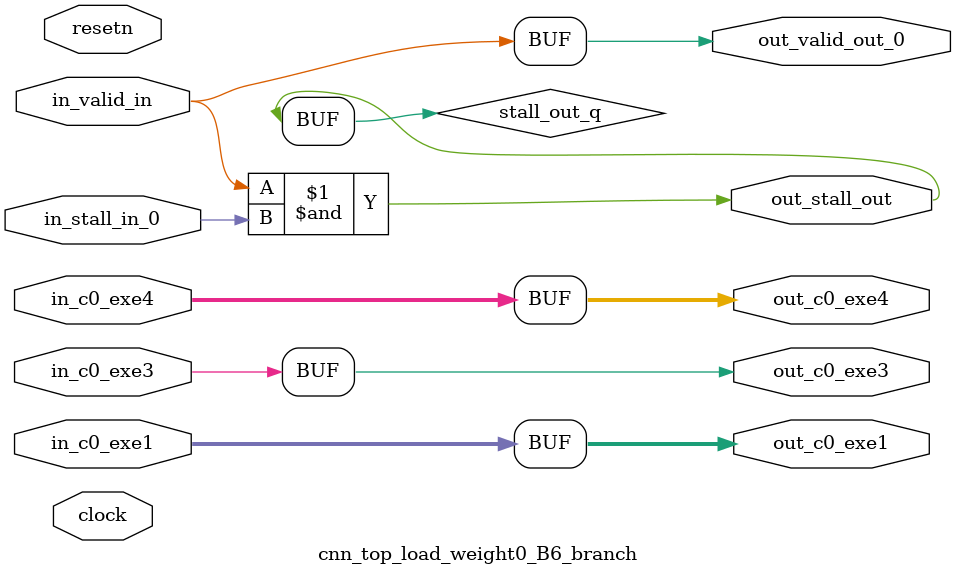
<source format=sv>



(* altera_attribute = "-name AUTO_SHIFT_REGISTER_RECOGNITION OFF; -name MESSAGE_DISABLE 10036; -name MESSAGE_DISABLE 10037; -name MESSAGE_DISABLE 14130; -name MESSAGE_DISABLE 14320; -name MESSAGE_DISABLE 15400; -name MESSAGE_DISABLE 14130; -name MESSAGE_DISABLE 10036; -name MESSAGE_DISABLE 12020; -name MESSAGE_DISABLE 12030; -name MESSAGE_DISABLE 12010; -name MESSAGE_DISABLE 12110; -name MESSAGE_DISABLE 14320; -name MESSAGE_DISABLE 13410; -name MESSAGE_DISABLE 113007; -name MESSAGE_DISABLE 10958" *)
module cnn_top_load_weight0_B6_branch (
    input wire [31:0] in_c0_exe1,
    input wire [0:0] in_c0_exe3,
    input wire [31:0] in_c0_exe4,
    input wire [0:0] in_stall_in_0,
    input wire [0:0] in_valid_in,
    output wire [31:0] out_c0_exe1,
    output wire [0:0] out_c0_exe3,
    output wire [31:0] out_c0_exe4,
    output wire [0:0] out_stall_out,
    output wire [0:0] out_valid_out_0,
    input wire clock,
    input wire resetn
    );

    wire [0:0] stall_out_q;


    // out_c0_exe1(GPOUT,7)
    assign out_c0_exe1 = in_c0_exe1;

    // out_c0_exe3(GPOUT,8)
    assign out_c0_exe3 = in_c0_exe3;

    // out_c0_exe4(GPOUT,9)
    assign out_c0_exe4 = in_c0_exe4;

    // stall_out(LOGICAL,12)
    assign stall_out_q = in_valid_in & in_stall_in_0;

    // out_stall_out(GPOUT,10)
    assign out_stall_out = stall_out_q;

    // out_valid_out_0(GPOUT,11)
    assign out_valid_out_0 = in_valid_in;

endmodule

</source>
